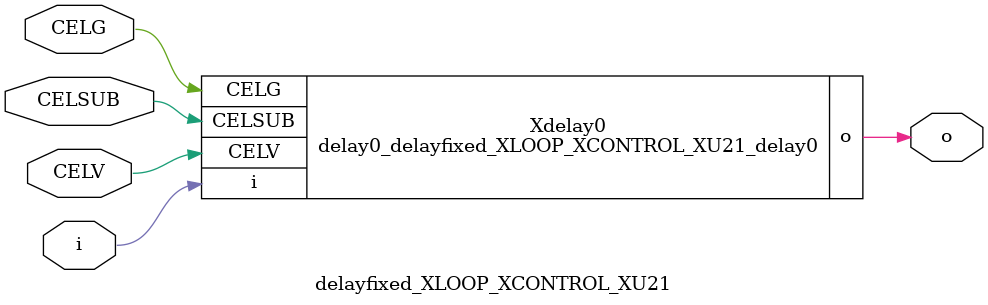
<source format=v>

module delay0_delayfixed_XLOOP_XCONTROL_XU21_delay0 (i, CELV, o,
CELG,CELSUB);
input CELV;
input i;
output o;
input CELSUB;
input CELG;
endmodule


//Celera Confidential Do Not Copy delayfixed_XLOOP_XCONTROL_XU21
//Celera Confidential Symbol Generator
//TYPE:fixed Egde:rise
module delayfixed_XLOOP_XCONTROL_XU21 (CELV,i,o,
CELG,CELSUB);
input CELV;
input i;
output o;
input CELG;
input CELSUB;

//Celera Confidential Do Not Copy delay0_delayfixed_XLOOP_XCONTROL_XU21_delay0
delay0_delayfixed_XLOOP_XCONTROL_XU21_delay0 Xdelay0(
.CELV (CELV),
.i (i),
.o (o),
.CELG (CELG),
.CELSUB (CELSUB)
);
//,diesize,delay0_delayfixed_XLOOP_XCONTROL_XU21_delay0
//Celera Confidential Do Not Copy Module End
//Celera Schematic Generator
endmodule

</source>
